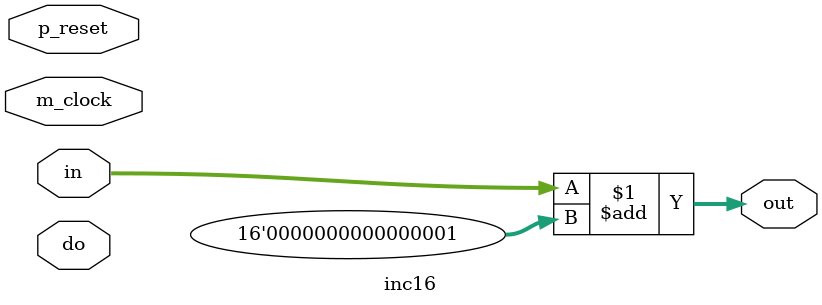
<source format=v>
/*
 Produced by NSL Core(version=20160105), IP ARCH, Inc. Fri Mar 25 22:48:42 2016
 Licensed to :EVALUATION USER
*/
/*
 DO NOT USE ANY PART OF THIS FILE FOR COMMERCIAL PRODUCTS. 
*/

module type_dec ( p_reset , m_clock , op , ctype , rtype , itype , dec );
  input p_reset, m_clock;
  wire p_reset, m_clock;
  input [3:0] op;
  wire [3:0] op;
  output ctype;
  wire ctype;
  output rtype;
  wire rtype;
  output itype;
  wire itype;
  input dec;
  wire dec;
  wire _net_0;
  wire _net_1;
  wire _net_2;
  wire _net_3;
  wire _net_4;

   assign  _net_0 = (op==4'b0001);
   assign  _net_1 = (dec&_net_0);
   assign  _net_2 = (op==4'b0000);
   assign  _net_3 = (dec&_net_2);
   assign  _net_4 = ((dec&(~_net_0))&(~_net_2));
   assign  itype = _net_4;
   assign  rtype = _net_3;
   assign  ctype = _net_1;
endmodule
/*
 Produced by NSL Core(version=20160105), IP ARCH, Inc. Fri Mar 25 22:48:42 2016
 Licensed to :EVALUATION USER
*/
/*
 Produced by NSL Core(version=20160105), IP ARCH, Inc. Fri Mar 25 22:48:42 2016
 Licensed to :EVALUATION USER
*/
/*
 DO NOT USE ANY PART OF THIS FILE FOR COMMERCIAL PRODUCTS. 
*/

module snx ( p_reset , m_clock , inst , datai , datao , iadrs , adrs , start , IntReq , inst_ok , mem_ok , inst_adr , inst_read , memory_adr , memory_read , memory_write , IntAck , wb , hlt );
  input p_reset, m_clock;
  wire p_reset, m_clock;
  input [15:0] inst;
  wire [15:0] inst;
  input [15:0] datai;
  wire [15:0] datai;
  output [15:0] datao;
  wire [15:0] datao;
  output [15:0] iadrs;
  wire [15:0] iadrs;
  output [15:0] adrs;
  wire [15:0] adrs;
  input start;
  wire start;
  input IntReq;
  wire IntReq;
  input inst_ok;
  wire inst_ok;
  input mem_ok;
  wire mem_ok;
  output inst_adr;
  wire inst_adr;
  output inst_read;
  wire inst_read;
  output memory_adr;
  wire memory_adr;
  output memory_read;
  wire memory_read;
  output memory_write;
  wire memory_write;
  output IntAck;
  wire IntAck;
  output wb;
  wire wb;
  output hlt;
  wire hlt;
/*
  input ShowCR;
  wire ShowCR;
*/
  reg [15:0] pc;
  reg isr;
  reg [5:0] _opreg_fn;
  reg [1:0] _opreg_r1;
  reg [1:0] _opreg_r3;
  reg [1:0] _opreg_r2;
  reg [3:0] _opreg_op;
  reg [15:0] mar;
  reg [1:0] regnum;
  reg [15:0] cr0;
  reg [15:0] cr1;
  reg [15:0] cr2;
  reg [15:0] cr3;
  reg int0;
  reg int1;
  wire [15:0] npc;
  wire [15:0] nmar;
  wire [1:0] nregnum;
  wire [7:0] crnum;
  wire [15:0] crwdat;
  wire [15:0] crrdat;
  wire iset;
  wire msetld;
  wire crwrite;
  wire crread;
  reg ifetch;
  reg exec;
  reg mstore;
  reg mstore2;
  reg mload;
  wire [7:0] _opitype_I;
  wire [1:0] _opitype_r2;
  wire [1:0] _opitype_r1;
  wire [3:0] _opitype_op;
  wire [15:0] opr1;
  wire [15:0] opr2;
  wire [15:0] aluq;
  wire [15:0] wdata;
  wire [15:0] _alu_a;
  wire [15:0] _alu_b;
  wire [5:0] _alu_f;
  wire [15:0] _alu_q;
  wire _alu_exe;
  wire _alu_p_reset;
  wire _alu_m_clock;
  wire [15:0] _gr_regin;
  wire [15:0] _gr_regouta;
  wire [15:0] _gr_regoutb;
  wire [1:0] _gr_n_regin;
  wire [1:0] _gr_n_regouta;
  wire [1:0] _gr_n_regoutb;
  wire _gr_write;
  wire _gr_reada;
  wire _gr_readb;
  wire _gr_ShowReg;
  wire _gr_p_reset;
  wire _gr_m_clock;
  wire [15:0] _inc_in;
  wire [15:0] _inc_out;
  wire _inc_do;
  wire _inc_p_reset;
  wire _inc_m_clock;
  wire _proc_ifetch_set;
  wire _proc_ifetch_reset;
  wire _net_5;
  wire _proc_exec_set;
  wire _proc_exec_reset;
  wire _net_6;
  wire _proc_mstore_set;
  wire _proc_mstore_reset;
  wire _net_7;
  wire _proc_mstore2_set;
  wire _proc_mstore2_reset;
  wire _net_8;
  wire _proc_mload_set;
  wire _proc_mload_reset;
  wire _net_9;
  wire _net_10;
  reg _reg_11;
  reg _reg_12;
  wire _net_13;
  wire _net_14;
  wire _net_15;
  wire _net_16;
  wire _net_17;
  wire _net_18;
  wire _net_19;
  wire _net_20;
  wire _net_21;
  wire _net_22;
  wire _net_23;
  wire _net_24;
  wire _net_25;
  wire _net_26;
  wire _net_27;
  wire _net_28;
  wire _net_29;
  wire _net_30;
  wire _net_31;
  wire _net_32;
  wire _net_33;
  wire _net_34;
  wire _net_35;
  wire _net_37;
  wire _net_38;
  wire [15:0] _net_39;
  wire _net_40;
  wire _net_41;
  wire _net_42;
  wire _net_43;
  wire _net_44;
  wire _net_45;
  wire [3:0] _tdec_op;
  wire _tdec_itype;
  wire _tdec_rtype;
  wire _tdec_ctype;
  wire _tdec_dec;
  wire _tdec_p_reset;
  wire _tdec_m_clock;
  wire [15:0] _net_47;
  wire [15:0] _net_48;
  wire _net_49;
  wire _net_50;
  wire _net_51;
  wire _net_52;
  wire _net_53;
  wire _net_54;
  wire _net_55;
  wire _net_56;
  wire _net_57;
  wire _net_58;
  wire _net_59;
  wire _net_60;
  wire _net_61;
  wire _net_62;
  wire _net_63;
  wire _net_64;
  wire _net_65;
  wire _net_66;
  wire _net_67;
  wire _net_68;
  wire _net_69;
  wire _net_70;
  wire _net_71;
  wire _net_72;
  wire _net_73;
  wire _net_74;
  wire _net_75;
  wire _net_76;
  wire _net_77;
  wire _net_78;
  wire _net_79;
  wire _net_80;
  wire _net_81;
  wire _net_82;
  wire _net_83;
  wire _net_84;
  wire _net_85;
  wire _net_86;
  wire _net_87;
  wire _net_88;
  wire _net_89;
  wire _net_90;
  wire _net_91;
  wire _net_92;
  wire _net_93;
  wire _net_94;
  wire _net_95;
  wire _net_96;
  wire _net_97;
  wire _net_98;
  wire _net_99;
  wire _net_100;
  wire _net_101;
  wire _net_102;
  wire _net_103;
  wire _net_104;
  wire _net_105;
  wire _net_106;
  wire _net_107;
  wire _net_108;
  wire _net_109;
  wire _net_110;
  wire _net_111;
  wire _net_112;
  wire _net_113;
  wire _net_114;
  wire _net_115;
  wire _net_116;
  wire _net_117;
  wire _net_118;
  wire _net_119;
  wire _net_120;
  wire _net_121;
  wire _net_122;
  wire _net_123;
  wire _net_124;
  wire _net_125;
  wire _net_126;
  wire _net_127;
  wire _net_128;
  wire _net_129;
  wire _net_130;
  wire _net_131;
  wire _net_132;
  wire _net_133;
  wire _net_134;
  wire _net_135;
  wire _net_136;
  wire _net_137;
  wire _net_138;
  wire _net_139;
  wire _net_140;
  wire _net_141;
  wire _net_142;
  wire _net_143;
  wire _net_144;
  wire _net_145;
  wire _net_146;
  wire _net_147;
  wire _net_148;
  wire _net_149;
  wire _net_150;
  wire _net_151;
inc16 inc (.m_clock(m_clock), .p_reset(p_reset), .do(_inc_do), .out(_inc_out), .in(_inc_in));
reg4 gr (.m_clock(m_clock), .p_reset(p_reset), .ShowReg(_gr_ShowReg), .readb(_gr_readb), .reada(_gr_reada), .write(_gr_write), .n_regoutb(_gr_n_regoutb), .n_regouta(_gr_n_regouta), .n_regin(_gr_n_regin), .regoutb(_gr_regoutb), .regouta(_gr_regouta), .regin(_gr_regin));
alu16 alu (.m_clock(m_clock), .p_reset(p_reset), .exe(_alu_exe), .q(_alu_q), .f(_alu_f), .b(_alu_b), .a(_alu_a));
type_dec tdec (.m_clock(m_clock), .p_reset(p_reset), .dec(_tdec_dec), .ctype(_tdec_ctype), .rtype(_tdec_rtype), .itype(_tdec_itype), .op(_tdec_op));

   assign  npc = (((_net_149|(_net_141|(mstore2|_net_124))))?pc:16'b0)|
    ((_net_104)?_inc_out:16'b0)|
    ((_net_99)?aluq:16'b0)|
    ((_net_95)?cr3:16'b0)|
    ((_reg_11)?cr2:16'b0)|
    ((start)?16'b0000000000000000:16'b0);
   assign  nmar = aluq;
   assign  nregnum = _opitype_r1;
   assign  crnum = (mar[7:0]);
   assign  crwdat = wdata;
   assign  crrdat = ((_net_35)?cr0:16'b0)|
    ((_net_33)?cr1:16'b0)|
    ((_net_31)?cr2:16'b0)|
    ((_net_29)?cr3:16'b0);
   assign  iset = (_net_148|(_net_140|(mstore2|(_net_123|(_net_101|(_net_98|(_net_94|(_reg_11|start))))))));
   assign  msetld = _net_80;
   assign  crwrite = _net_120;
   assign  crread = _net_138;
   assign  _opitype_I = (_net_48[7:0]);
   assign  _opitype_r2 = (_net_48[9:8]);
   assign  _opitype_r1 = (_net_48[11:10]);
   assign  _opitype_op = (_net_48[15:12]);
   assign  opr1 = _gr_regouta;
   assign  opr2 = ((_net_53)?_gr_regoutb:16'b0)|
    ((_net_50)?16'b0000000000000000:16'b0);
   assign  aluq = _alu_q;
   assign  wdata = _gr_regouta;
   assign  _alu_a = ((_net_68)?({({(_opitype_I[7]),(_opitype_I[7]),(_opitype_I[7]),(_opitype_I[7]),(_opitype_I[7]),(_opitype_I[7]),(_opitype_I[7]),(_opitype_I[7])}),_opitype_I}):16'b0)|
    ((_net_63)?({_opitype_I,8'b00000000}):16'b0)|
    ((_net_56)?opr1:16'b0);
   assign  _alu_b = opr2;
   assign  _alu_f = (((_net_69|_net_64))?6'b000000:6'b0)|
    ((_net_57)?_opreg_fn:6'b0);
   assign  _alu_exe = (_net_66|(_net_61|_net_54));
   assign  _alu_p_reset = p_reset;
   assign  _alu_m_clock = m_clock;
   assign  _gr_regin = ((_net_146)?datai:16'b0)|
    ((_net_138)?crrdat:16'b0)|
    (((_net_114|_net_111))?aluq:16'b0)|
    ((_net_107)?_inc_out:16'b0);
   assign  _gr_n_regin = (((_net_147|_net_139))?regnum:2'b0)|
    ((_net_115)?_opreg_r1:2'b0)|
    (((_net_112|_net_108))?_opitype_r1:2'b0);
   assign  _gr_n_regouta = (((_net_129|_net_118))?regnum:2'b0)|
    ((exec)?_opreg_r2:2'b0);
   assign  _gr_n_regoutb = _opreg_r3;
   assign  _gr_write = (_net_145|(_net_137|(_net_113|(_net_110|_net_106))));
   assign  _gr_reada = (_net_128|(_net_117|exec));
   assign  _gr_readb = _net_51;
   assign  _gr_ShowReg = exec;
   assign  _gr_p_reset = p_reset;
   assign  _gr_m_clock = m_clock;
   assign  _inc_in = pc;
   assign  _inc_do = (_net_107|(_net_102|(_net_83|_net_76)));
   assign  _inc_p_reset = p_reset;
   assign  _inc_m_clock = m_clock;
   assign  _proc_ifetch_set = _net_18;
   assign  _proc_ifetch_reset = _net_37;
   assign  _net_5 = (_proc_ifetch_set|_proc_ifetch_reset);
   assign  _proc_exec_set = _net_38;
   assign  _proc_exec_reset = (exec|_net_72);
   assign  _net_6 = (_proc_exec_set|_proc_exec_reset);
   assign  _proc_mstore_set = _net_73;
   assign  _proc_mstore_reset = (_net_134|(_net_132|_net_125));
   assign  _net_7 = (_proc_mstore_set|_proc_mstore_reset);
   assign  _proc_mstore2_set = _net_133;
   assign  _proc_mstore2_reset = mstore2;
   assign  _net_8 = (_proc_mstore2_set|_proc_mstore2_reset);
   assign  _proc_mload_set = msetld;
   assign  _proc_mload_reset = (_net_150|_net_142);
   assign  _net_9 = (_proc_mload_set|_proc_mload_reset);
   assign  _net_10 = (((cr0[0])&(~isr))&int1);
   assign  _net_13 = ((iset&_net_10)|_reg_12);
   assign  _net_14 = ((iset&_net_10)|_reg_12);
   assign  _net_15 = ((iset&_net_10)|(_reg_11|_reg_12));
   assign  _net_16 = (iset&(~_net_10));
   assign  _net_17 = (iset&(~_net_10));
   assign  _net_18 = (iset&(~_net_10));
   assign  _net_19 = (iset&(~_net_10));
   assign  _net_20 = (crnum==8'b00000011);
   assign  _net_21 = (crwrite&_net_20);
   assign  _net_22 = (crnum==8'b00000010);
   assign  _net_23 = (crwrite&_net_22);
   assign  _net_24 = (crnum==8'b00000001);
   assign  _net_25 = (crwrite&_net_24);
   assign  _net_26 = (crnum==8'b00000000);
   assign  _net_27 = (crwrite&_net_26);
   assign  _net_28 = (crnum==8'b00000011);
   assign  _net_29 = (crread&_net_28);
   assign  _net_30 = (crnum==8'b00000010);
   assign  _net_31 = (crread&_net_30);
   assign  _net_32 = (crnum==8'b00000001);
   assign  _net_33 = (crread&_net_32);
   assign  _net_34 = (crnum==8'b00000000);
   assign  _net_35 = (crread&_net_34);

// synthesis translate_off
// synopsys translate_off
always @(posedge m_clock)
//  begin
//    if(ShowCR)
//    begin
//    $display("C0:%04x C1:%04x C2:%04x C3:%04x",cr0,cr1,cr2,cr3);
//    end
//  end

// synthesis translate_on
// synopsys translate_on
   assign  _net_37 = (ifetch&inst_ok);
   assign  _net_38 = (ifetch&inst_ok);
   assign  _net_39 = inst;
   assign  _net_40 = (ifetch&inst_ok);
   assign  _net_41 = (ifetch&inst_ok);
   assign  _net_42 = (ifetch&inst_ok);
   assign  _net_43 = (ifetch&inst_ok);
   assign  _net_44 = (ifetch&inst_ok);
   assign  _net_45 = (ifetch&inst_ok);
   assign  _tdec_op = _opreg_op;
   assign  _tdec_dec = exec;
   assign  _tdec_p_reset = p_reset;
   assign  _tdec_m_clock = m_clock;

// synthesis translate_off
// synopsys translate_off
always @(posedge m_clock)
  begin
    if(exec)
    begin
    $write("PC:%04x IS:%04X ",pc,_net_47);
    end
  end

// synthesis translate_on
// synopsys translate_on
   assign  _net_47 = ({({_opreg_op,_opreg_r2,_opreg_r3,_opreg_r1,_opreg_fn})});
   assign  _net_48 = ({_opreg_op,_opreg_r2,_opreg_r3,_opreg_r1,_opreg_fn});
   assign  _net_49 = (_tdec_itype&(_opreg_r3==2'b00));
   assign  _net_50 = (exec&_net_49);
   assign  _net_51 = (exec&(~_net_49));
   assign  _net_52 = (exec&(~_net_49));
   assign  _net_53 = (exec&(~_net_49));
   assign  _net_54 = (exec&_tdec_rtype);
   assign  _net_55 = (exec&_tdec_rtype);
   assign  _net_56 = (exec&_tdec_rtype);
   assign  _net_57 = (exec&_tdec_rtype);
   assign  _net_58 = (exec&_tdec_rtype);
   assign  _net_59 = (_opreg_op==4'b1011);
   assign  _net_60 = (exec&_tdec_itype);
   assign  _net_61 = ((exec&_tdec_itype)&_net_59);
   assign  _net_62 = ((exec&_tdec_itype)&_net_59);
   assign  _net_63 = ((exec&_tdec_itype)&_net_59);
   assign  _net_64 = ((exec&_tdec_itype)&_net_59);
   assign  _net_65 = ((exec&_tdec_itype)&_net_59);
   assign  _net_66 = ((exec&_tdec_itype)&(~_net_59));
   assign  _net_67 = ((exec&_tdec_itype)&(~_net_59));
   assign  _net_68 = ((exec&_tdec_itype)&(~_net_59));
   assign  _net_69 = ((exec&_tdec_itype)&(~_net_59));
   assign  _net_70 = ((exec&_tdec_itype)&(~_net_59));
   assign  _net_71 = (_opitype_op==4'b1001);
   assign  _net_72 = (exec&_net_71);
   assign  _net_73 = (exec&_net_71);
   assign  _net_74 = (exec&_net_71);
   assign  _net_75 = (exec&_net_71);
   assign  _net_76 = (exec&_net_71);
   assign  _net_77 = (exec&_net_71);
   assign  _net_78 = (exec&_net_71);
   assign  _net_79 = (_opitype_op==4'b1000);
   assign  _net_80 = (exec&_net_79);
   assign  _net_81 = (exec&_net_79);
   assign  _net_82 = (exec&_net_79);
   assign  _net_83 = (exec&_net_79);
   assign  _net_84 = (exec&_net_79);
   assign  _net_85 = (exec&_net_79);
   assign  _net_86 = (_opreg_fn==6'b000111);
   assign  _net_87 = (exec&_tdec_ctype);
   assign  _net_88 = ((exec&_tdec_ctype)&_net_86);
   assign  _net_89 = ((exec&_tdec_ctype)&_net_86);
   assign  _net_90 = (_opreg_fn==6'b000110);
   assign  _net_91 = (exec&_tdec_ctype);
   assign  _net_92 = ((exec&_tdec_ctype)&_net_90);
   assign  _net_93 = ((exec&_tdec_ctype)&_net_90);
   assign  _net_94 = ((exec&_tdec_ctype)&_net_90);
   assign  _net_95 = ((exec&_tdec_ctype)&_net_90);
   assign  _net_96 = ((_opitype_op==4'b1111)|((_opitype_op==4'b1110)&(opr1==16'b0000000000000000)));
   assign  _net_97 = (exec&_net_96);
   assign  _net_98 = (exec&_net_96);
   assign  _net_99 = (exec&_net_96);
   assign  _net_100 = ((((exec&(~_net_71))&(~_net_79))&(~_tdec_ctype))&(~_net_96));
   assign  _net_101 = ((((exec&(~_net_71))&(~_net_79))&(~_tdec_ctype))&(~_net_96));
   assign  _net_102 = ((((exec&(~_net_71))&(~_net_79))&(~_tdec_ctype))&(~_net_96));
   assign  _net_103 = ((((exec&(~_net_71))&(~_net_79))&(~_tdec_ctype))&(~_net_96));
   assign  _net_104 = ((((exec&(~_net_71))&(~_net_79))&(~_tdec_ctype))&(~_net_96));
   assign  _net_105 = (_opitype_op==4'b1111);
   assign  _net_106 = (exec&_net_105);
   assign  _net_107 = (exec&_net_105);
   assign  _net_108 = (exec&_net_105);
   assign  _net_109 = ((_opitype_op==4'b1010)|(_opitype_op==4'b1011));
   assign  _net_110 = (exec&_net_109);
   assign  _net_111 = (exec&_net_109);
   assign  _net_112 = (exec&_net_109);
   assign  _net_113 = (exec&_tdec_rtype);
   assign  _net_114 = (exec&_tdec_rtype);
   assign  _net_115 = (exec&_tdec_rtype);
   assign  _net_116 = ((mar[15:8])==8'b11111111);
   assign  _net_117 = (mstore&_net_116);
   assign  _net_118 = (mstore&_net_116);
   assign  _net_119 = (mstore&_net_116);
   assign  _net_120 = (mstore&_net_116);
   assign  _net_121 = (mstore&_net_116);
   assign  _net_122 = (mstore&_net_116);
   assign  _net_123 = (mstore&_net_116);
   assign  _net_124 = (mstore&_net_116);
   assign  _net_125 = (mstore&_net_116);
   assign  _net_126 = (mstore&_net_116);
   assign  _net_127 = (mstore&(~_net_116));
   assign  _net_128 = (mstore&(~_net_116));
   assign  _net_129 = (mstore&(~_net_116));
   assign  _net_130 = (mstore&(~_net_116));
   assign  _net_131 = (mstore&(~_net_116));
   assign  _net_132 = ((mstore&(~_net_116))&mem_ok);
   assign  _net_133 = ((mstore&(~_net_116))&mem_ok);
   assign  _net_134 = ((mstore&(~_net_116))&mem_ok);
   assign  _net_135 = ((mstore&(~_net_116))&mem_ok);
   assign  _net_136 = ((mar[15:8])==8'b11111111);
   assign  _net_137 = (mload&_net_136);
   assign  _net_138 = (mload&_net_136);
   assign  _net_139 = (mload&_net_136);
   assign  _net_140 = (mload&_net_136);
   assign  _net_141 = (mload&_net_136);
   assign  _net_142 = (mload&_net_136);
   assign  _net_143 = (mload&_net_136);
   assign  _net_144 = (mload&(~_net_136));
   assign  _net_145 = ((mload&(~_net_136))&mem_ok);
   assign  _net_146 = ((mload&(~_net_136))&mem_ok);
   assign  _net_147 = ((mload&(~_net_136))&mem_ok);
   assign  _net_148 = ((mload&(~_net_136))&mem_ok);
   assign  _net_149 = ((mload&(~_net_136))&mem_ok);
   assign  _net_150 = ((mload&(~_net_136))&mem_ok);
   assign  _net_151 = ((mload&(~_net_136))&mem_ok);
   assign  datao = _gr_regouta;
   assign  iadrs = npc;
   assign  adrs = ((_net_131)?mar:16'b0)|
    ((msetld)?nmar:16'b0);
   assign  inst_adr = _net_16;
   assign  inst_read = ifetch;
   assign  memory_adr = msetld;
   assign  memory_read = _net_144;
   assign  memory_write = _net_127;
   assign  IntAck = _reg_11;
   assign  wb = (_net_151|(_net_143|(_net_135|(_net_126|(_net_100|(_net_97|(_net_92|_net_88)))))));
   assign  hlt = _net_89;
always @(posedge m_clock)
  begin
if (((_net_85|_net_78))|(_net_19)) 
      pc <= (((_net_85|_net_78)) ?_inc_out:16'b0)|
    ((_net_19) ?npc:16'b0);

end
always @(posedge m_clock)
  begin
if (p_reset)
     isr <= 1'b0;
else if ((_net_93)|(_net_14)) 
      isr <= ((_net_93) ?1'b0:1'b0)|
    ((_net_14) ?1'b1:1'b0);

end
always @(posedge m_clock)
  begin
if ((_net_45)) 
      _opreg_fn <= (_net_39[5:0]);
end
always @(posedge m_clock)
  begin
if ((_net_44)) 
      _opreg_r1 <= (_net_39[7:6]);
end
always @(posedge m_clock)
  begin
if ((_net_43)) 
      _opreg_r3 <= (_net_39[9:8]);
end
always @(posedge m_clock)
  begin
if ((_net_42)) 
      _opreg_r2 <= (_net_39[11:10]);
end
always @(posedge m_clock)
  begin
if ((_net_41)) 
      _opreg_op <= (_net_39[15:12]);
end
always @(posedge m_clock)
  begin
if ((_net_74)|(msetld)) 
      mar <= ((_net_74) ?aluq:16'b0)|
    ((msetld) ?nmar:16'b0);

end
always @(posedge m_clock)
  begin
if ((_net_75)|(msetld)) 
      regnum <= ((_net_75) ?_opitype_r1:2'b0)|
    ((msetld) ?nregnum:2'b0);

end
always @(posedge m_clock)
  begin
if (p_reset)
     cr0 <= 16'b0000000000000000;
else if ((_net_27)) 
      cr0 <= crwdat;
end
always @(posedge m_clock)
  begin
if (p_reset)
     cr1 <= 16'b0000000000000000;
else if ((_net_25)) 
      cr1 <= crwdat;
end
always @(posedge m_clock)
  begin
if (p_reset)
     cr2 <= 16'b0000000000000000;
else if ((_net_23)) 
      cr2 <= crwdat;
end
always @(posedge m_clock)
  begin
if (p_reset)
     cr3 <= 16'b0000000000000000;
else if ((_net_21)|(_net_13)) 
      cr3 <= ((_net_21) ?crwdat:16'b0)|
    ((_net_13) ?npc:16'b0);

end
always @(posedge m_clock)
  begin
if (p_reset)
     int0 <= 1'b0;
else   int0 <= IntReq;
end
always @(posedge m_clock)
  begin
if (p_reset)
     int1 <= 1'b0;
else   int1 <= int0;
end
always @(posedge m_clock)
  begin
if (p_reset)
     ifetch <= 1'b0;
else if ((_net_5)) 
      ifetch <= _proc_ifetch_set;
end
always @(posedge m_clock)
  begin
if (p_reset)
     exec <= 1'b0;
else if ((_net_6)) 
      exec <= _proc_exec_set;
end
always @(posedge m_clock)
  begin
if (p_reset)
     mstore <= 1'b0;
else if ((_net_7)) 
      mstore <= _proc_mstore_set;
end
always @(posedge m_clock)
  begin
if (p_reset)
     mstore2 <= 1'b0;
else if ((_net_8)) 
      mstore2 <= _proc_mstore2_set;
end
always @(posedge m_clock)
  begin
if (p_reset)
     mload <= 1'b0;
else if ((_net_9)) 
      mload <= _proc_mload_set;
end
always @(posedge m_clock)
  begin
if (p_reset)
     _reg_11 <= 1'b0;
else if ((_net_15)) 
      _reg_11 <= (_reg_12|(iset&_net_10));
end
always @(posedge m_clock)
  begin
if (p_reset)
     _reg_12 <= 1'b0;
else if ((_reg_12)) 
      _reg_12 <= 1'b0;
end
endmodule
/*
 Produced by NSL Core(version=20160105), IP ARCH, Inc. Fri Mar 25 22:48:42 2016
 Licensed to :EVALUATION USER
*/
/*
 Produced by NSL Core(version=20160105), IP ARCH, Inc. Fri Mar 25 22:48:42 2016
 Licensed to :EVALUATION USER
*/
/*
 DO NOT USE ANY PART OF THIS FILE FOR COMMERCIAL PRODUCTS. 
*/

module alu16 ( p_reset , m_clock , a , b , f , q , exe );
  input p_reset, m_clock;
  wire p_reset, m_clock;
  input [15:0] a;
  wire [15:0] a;
  input [15:0] b;
  wire [15:0] b;
  input [5:0] f;
  wire [5:0] f;
  output [15:0] q;
  wire [15:0] q;
  input exe;
  wire exe;
  wire _cla_cin;
  wire [15:0] _cla_in1;
  wire [15:0] _cla_in2;
  wire [15:0] _cla_out;
  wire _cla_do;
  wire _cla_p_reset;
  wire _cla_m_clock;
  wire _net_152;
  wire _net_153;
  wire _net_154;
  wire _net_155;
  wire _net_156;
  wire _net_157;
  wire _net_158;
  wire _net_159;
  wire _net_160;
  wire _net_161;
  wire _net_162;
  wire _net_163;
  wire _net_164;
  wire _net_165;
  wire _net_166;
  wire _net_167;
  wire _net_168;
  wire _net_169;
  wire _net_170;
cla16 cla (.m_clock(m_clock), .p_reset(p_reset), .do(_cla_do), .out(_cla_out), .in2(_cla_in2), .in1(_cla_in1), .cin(_cla_cin));

   assign  _cla_cin = ((_net_169)?1'b0:1'b0)|
    ((_net_160)?1'b1:1'b0);
   assign  _cla_in1 = a;
   assign  _cla_in2 = ((_net_167)?b:16'b0)|
    ((_net_158)?(~b):16'b0);
   assign  _cla_do = (_net_166|_net_157);
   assign  _cla_p_reset = p_reset;
   assign  _cla_m_clock = m_clock;
   assign  _net_152 = (f==6'b000110);
   assign  _net_153 = (exe&_net_152);
   assign  _net_154 = (f==6'b000100);
   assign  _net_155 = (exe&_net_154);
   assign  _net_156 = (f==6'b000011);
   assign  _net_157 = (exe&_net_156);
   assign  _net_158 = (exe&_net_156);
   assign  _net_159 = (exe&_net_156);
   assign  _net_160 = (exe&_net_156);
   assign  _net_161 = ((((a[15])&(~(b[15])))|(((_cla_out[15])&(~(a[15])))&(~(b[15]))))|(((_cla_out[15])&(a[15]))&(b[15])));
   assign  _net_162 = (exe&_net_156);
   assign  _net_163 = (f==6'b000001);
   assign  _net_164 = (exe&_net_163);
   assign  _net_165 = (f==6'b000000);
   assign  _net_166 = (exe&_net_165);
   assign  _net_167 = (exe&_net_165);
   assign  _net_168 = (exe&_net_165);
   assign  _net_169 = (exe&_net_165);
   assign  _net_170 = (exe&_net_165);
   assign  q = ((_net_170)?_cla_out:16'b0)|
    ((_net_164)?(a&b):16'b0)|
    ((_net_162)?({15'b000000000000000,_net_161}):16'b0)|
    ((_net_155)?(~a):16'b0)|
    ((_net_153)?({1'b0,(a[15:1])}):16'b0);
endmodule
/*
 Produced by NSL Core(version=20160105), IP ARCH, Inc. Fri Mar 25 22:48:42 2016
 Licensed to :EVALUATION USER
*/
/*
 Produced by NSL Core(version=20160105), IP ARCH, Inc. Fri Mar 25 22:48:42 2016
 Licensed to :EVALUATION USER
*/
/*
 DO NOT USE ANY PART OF THIS FILE FOR COMMERCIAL PRODUCTS. 
*/

module cla16 ( p_reset , m_clock , cin , in1 , in2 , out , do );
  input p_reset, m_clock;
  wire p_reset, m_clock;
  input cin;
  wire cin;
  input [15:0] in1;
  wire [15:0] in1;
  input [15:0] in2;
  wire [15:0] in2;
  output [15:0] out;
  wire [15:0] out;
  input do;
  wire do;
  wire _net_171;

   assign  _net_171 = cin;
   assign  out = ((in1+in2)+({15'b000000000000000,_net_171}));
endmodule
/*
 Produced by NSL Core(version=20160105), IP ARCH, Inc. Fri Mar 25 22:48:42 2016
 Licensed to :EVALUATION USER
*/
/*
 Produced by NSL Core(version=20160105), IP ARCH, Inc. Fri Mar 25 22:48:42 2016
 Licensed to :EVALUATION USER
*/
/*
 DO NOT USE ANY PART OF THIS FILE FOR COMMERCIAL PRODUCTS. 
*/

module reg4 ( p_reset , m_clock , regin , regouta , regoutb , n_regin , n_regouta , n_regoutb , write , reada , readb , ShowReg );
  input p_reset, m_clock;
  wire p_reset, m_clock;
  input [15:0] regin;
  wire [15:0] regin;
  output [15:0] regouta;
  wire [15:0] regouta;
  output [15:0] regoutb;
  wire [15:0] regoutb;
  input [1:0] n_regin;
  wire [1:0] n_regin;
  input [1:0] n_regouta;
  wire [1:0] n_regouta;
  input [1:0] n_regoutb;
  wire [1:0] n_regoutb;
  input write;
  wire write;
  input reada;
  wire reada;
  input readb;
  wire readb;
  input ShowReg;
  wire ShowReg;
  reg [15:0] r0;
  reg [15:0] r1;
  reg [15:0] r2;
  reg [15:0] r3;
  wire _net_172;
  wire _net_173;
  wire _net_174;
  wire _net_175;
  wire _net_176;
  wire _net_177;
  wire _net_178;
  wire _net_179;
  wire _net_180;
  wire _net_181;
  wire _net_182;
  wire _net_183;
  wire _net_184;
  wire _net_185;
  wire _net_186;
  wire _net_187;
  wire _net_188;
  wire _net_189;
  wire _net_190;
  wire _net_191;
  wire _net_192;
  wire _net_193;
  wire _net_194;
  wire _net_195;

   assign  _net_172 = (n_regin==2'b11);
   assign  _net_173 = (write&_net_172);
   assign  _net_174 = (n_regin==2'b10);
   assign  _net_175 = (write&_net_174);
   assign  _net_176 = (n_regin==2'b01);
   assign  _net_177 = (write&_net_176);
   assign  _net_178 = (n_regin==2'b00);
   assign  _net_179 = (write&_net_178);
   assign  _net_180 = (n_regouta==2'b11);
   assign  _net_181 = (reada&_net_180);
   assign  _net_182 = (n_regouta==2'b10);
   assign  _net_183 = (reada&_net_182);
   assign  _net_184 = (n_regouta==2'b01);
   assign  _net_185 = (reada&_net_184);
   assign  _net_186 = (n_regouta==2'b00);
   assign  _net_187 = (reada&_net_186);
   assign  _net_188 = (n_regoutb==2'b11);
   assign  _net_189 = (readb&_net_188);
   assign  _net_190 = (n_regoutb==2'b10);
   assign  _net_191 = (readb&_net_190);
   assign  _net_192 = (n_regoutb==2'b01);
   assign  _net_193 = (readb&_net_192);
   assign  _net_194 = (n_regoutb==2'b00);
   assign  _net_195 = (readb&_net_194);

// synthesis translate_off
// synopsys translate_off
always @(posedge m_clock)
  begin
    if(ShowReg)
    begin
    $display("$0:%04X $1:%04X $2:%04X $3:%04X",r0,r1,r2,r3);
    end
  end

// synthesis translate_on
// synopsys translate_on
   assign  regouta = ((_net_187)?r0:16'b0)|
    ((_net_185)?r1:16'b0)|
    ((_net_183)?r2:16'b0)|
    ((_net_181)?r3:16'b0);
   assign  regoutb = ((_net_195)?r0:16'b0)|
    ((_net_193)?r1:16'b0)|
    ((_net_191)?r2:16'b0)|
    ((_net_189)?r3:16'b0);
always @(posedge m_clock)
  begin
if ((_net_179)) 
      r0 <= regin;
end
always @(posedge m_clock)
  begin
if ((_net_177)) 
      r1 <= regin;
end
always @(posedge m_clock)
  begin
if ((_net_175)) 
      r2 <= regin;
end
always @(posedge m_clock)
  begin
if ((_net_173)) 
      r3 <= regin;
end
endmodule
/*
 Produced by NSL Core(version=20160105), IP ARCH, Inc. Fri Mar 25 22:48:42 2016
 Licensed to :EVALUATION USER
*/
/*
 Produced by NSL Core(version=20160105), IP ARCH, Inc. Fri Mar 25 22:48:42 2016
 Licensed to :EVALUATION USER
*/
/*
 DO NOT USE ANY PART OF THIS FILE FOR COMMERCIAL PRODUCTS. 
*/

module inc16 ( p_reset , m_clock , in , out , do );
  input p_reset, m_clock;
  wire p_reset, m_clock;
  input [15:0] in;
  wire [15:0] in;
  output [15:0] out;
  wire [15:0] out;
  input do;
  wire do;

   assign  out = (in+16'b0000000000000001);
endmodule
/*
 Produced by NSL Core(version=20160105), IP ARCH, Inc. Fri Mar 25 22:48:42 2016
 Licensed to :EVALUATION USER
*/

</source>
